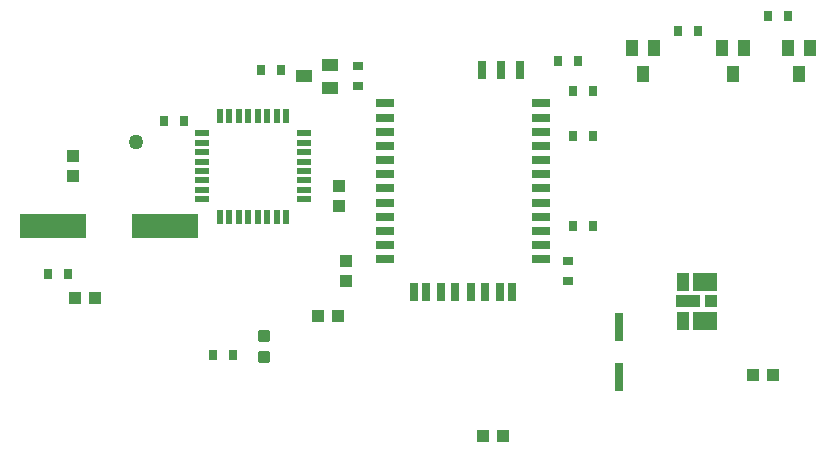
<source format=gtp>
G75*
%MOIN*%
%OFA0B0*%
%FSLAX24Y24*%
%IPPOS*%
%LPD*%
%AMOC8*
5,1,8,0,0,1.08239X$1,22.5*
%
%ADD10C,0.0500*%
%ADD11R,0.0433X0.0394*%
%ADD12R,0.0394X0.0433*%
%ADD13C,0.0118*%
%ADD14R,0.0551X0.0394*%
%ADD15R,0.0394X0.0551*%
%ADD16R,0.0370X0.0300*%
%ADD17R,0.0300X0.0370*%
%ADD18R,0.2200X0.0830*%
%ADD19R,0.0430X0.0590*%
%ADD20R,0.0790X0.0430*%
%ADD21R,0.0790X0.0590*%
%ADD22R,0.0430X0.0430*%
%ADD23R,0.0630X0.0315*%
%ADD24R,0.0315X0.0630*%
%ADD25R,0.0492X0.0197*%
%ADD26R,0.0197X0.0492*%
%ADD27R,0.0315X0.0945*%
D10*
X007760Y017950D03*
D11*
X006395Y012750D03*
X005725Y012750D03*
X013825Y012150D03*
X014495Y012150D03*
X019325Y008150D03*
X019995Y008150D03*
X028325Y010200D03*
X028995Y010200D03*
D12*
X014760Y013315D03*
X014760Y013985D03*
X014535Y015815D03*
X014535Y016485D03*
X005660Y016815D03*
X005660Y017485D03*
D13*
X011897Y010943D02*
X012173Y010943D01*
X012173Y010667D01*
X011897Y010667D01*
X011897Y010943D01*
X011897Y010784D02*
X012173Y010784D01*
X012173Y010901D02*
X011897Y010901D01*
X011897Y011633D02*
X012173Y011633D01*
X012173Y011357D01*
X011897Y011357D01*
X011897Y011633D01*
X011897Y011474D02*
X012173Y011474D01*
X012173Y011591D02*
X011897Y011591D01*
D14*
X014218Y019776D03*
X013352Y020150D03*
X014218Y020524D03*
D15*
X024286Y021083D03*
X025034Y021083D03*
X024660Y020217D03*
X027286Y021083D03*
X028034Y021083D03*
X027660Y020217D03*
X029486Y021083D03*
X030234Y021083D03*
X029860Y020217D03*
D16*
X022160Y013980D03*
X022160Y013320D03*
X015160Y019820D03*
X015160Y020480D03*
D17*
X012590Y020350D03*
X011930Y020350D03*
X009365Y018650D03*
X008705Y018650D03*
X005490Y013550D03*
X004830Y013550D03*
X010330Y010850D03*
X010990Y010850D03*
X022330Y015150D03*
X022990Y015150D03*
X022990Y018150D03*
X022330Y018150D03*
X022330Y019650D03*
X022990Y019650D03*
X022490Y020650D03*
X021830Y020650D03*
X025830Y021650D03*
X026490Y021650D03*
X028830Y022150D03*
X029490Y022150D03*
D18*
X008730Y015150D03*
X004990Y015150D03*
D19*
X025980Y013300D03*
X025980Y012000D03*
D20*
X026160Y012650D03*
D21*
X026720Y013300D03*
X026720Y012000D03*
D22*
X026910Y012650D03*
D23*
X021258Y014052D03*
X021258Y014524D03*
X021258Y014996D03*
X021258Y015469D03*
X021258Y015941D03*
X021258Y016414D03*
X021258Y016886D03*
X021258Y017359D03*
X021258Y017831D03*
X021258Y018304D03*
X021258Y018776D03*
X021258Y019248D03*
X016062Y019248D03*
X016062Y018776D03*
X016062Y018304D03*
X016062Y017831D03*
X016062Y017359D03*
X016062Y016886D03*
X016062Y016414D03*
X016062Y015941D03*
X016062Y015469D03*
X016062Y014996D03*
X016062Y014524D03*
X016062Y014052D03*
D24*
X017037Y012949D03*
X017440Y012949D03*
X017912Y012949D03*
X018384Y012949D03*
X018936Y012949D03*
X019408Y012949D03*
X019880Y012949D03*
X020283Y012949D03*
X020550Y020351D03*
X019920Y020351D03*
X019290Y020351D03*
D25*
X013350Y018252D03*
X013350Y017937D03*
X013350Y017622D03*
X013350Y017307D03*
X013350Y016993D03*
X013350Y016678D03*
X013350Y016363D03*
X013350Y016048D03*
X009970Y016048D03*
X009970Y016363D03*
X009970Y016678D03*
X009970Y016993D03*
X009970Y017307D03*
X009970Y017622D03*
X009970Y017937D03*
X009970Y018252D03*
D26*
X010558Y018840D03*
X010873Y018840D03*
X011188Y018840D03*
X011503Y018840D03*
X011817Y018840D03*
X012132Y018840D03*
X012447Y018840D03*
X012762Y018840D03*
X012762Y015460D03*
X012447Y015460D03*
X012132Y015460D03*
X011817Y015460D03*
X011503Y015460D03*
X011188Y015460D03*
X010873Y015460D03*
X010558Y015460D03*
D27*
X023860Y011777D03*
X023860Y010123D03*
M02*

</source>
